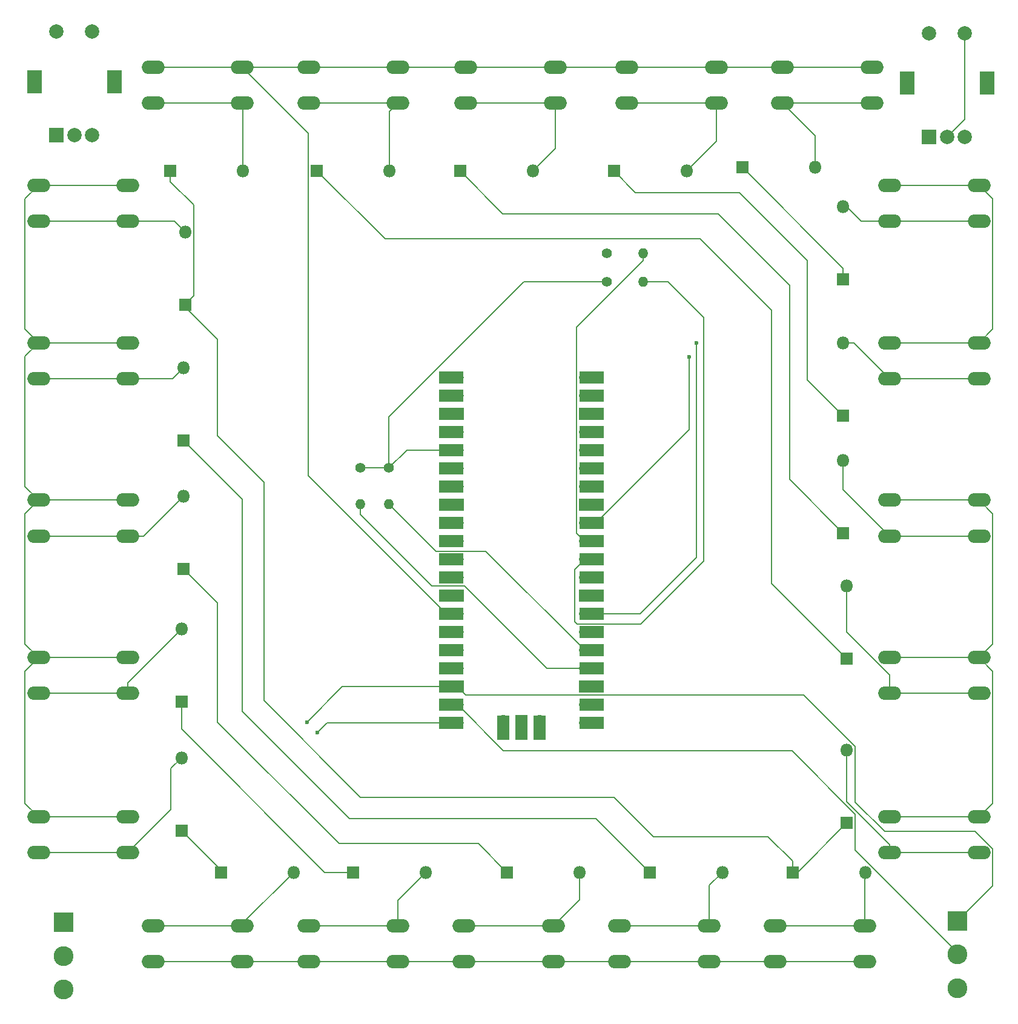
<source format=gbl>
G04 #@! TF.GenerationSoftware,KiCad,Pcbnew,8.0.3*
G04 #@! TF.CreationDate,2024-07-18T12:32:46+02:00*
G04 #@! TF.ProjectId,MFD,4d46442e-6b69-4636-9164-5f7063625858,1.0*
G04 #@! TF.SameCoordinates,Original*
G04 #@! TF.FileFunction,Copper,L2,Bot*
G04 #@! TF.FilePolarity,Positive*
%FSLAX46Y46*%
G04 Gerber Fmt 4.6, Leading zero omitted, Abs format (unit mm)*
G04 Created by KiCad (PCBNEW 8.0.3) date 2024-07-18 12:32:46*
%MOMM*%
%LPD*%
G01*
G04 APERTURE LIST*
G04 #@! TA.AperFunction,ComponentPad*
%ADD10R,1.800000X1.800000*%
G04 #@! TD*
G04 #@! TA.AperFunction,ComponentPad*
%ADD11O,1.800000X1.800000*%
G04 #@! TD*
G04 #@! TA.AperFunction,ComponentPad*
%ADD12O,3.200000X1.900000*%
G04 #@! TD*
G04 #@! TA.AperFunction,ComponentPad*
%ADD13C,1.400000*%
G04 #@! TD*
G04 #@! TA.AperFunction,ComponentPad*
%ADD14O,1.400000X1.400000*%
G04 #@! TD*
G04 #@! TA.AperFunction,ComponentPad*
%ADD15R,2.000000X2.000000*%
G04 #@! TD*
G04 #@! TA.AperFunction,ComponentPad*
%ADD16C,2.000000*%
G04 #@! TD*
G04 #@! TA.AperFunction,ComponentPad*
%ADD17R,2.000000X3.200000*%
G04 #@! TD*
G04 #@! TA.AperFunction,ComponentPad*
%ADD18R,2.775000X2.775000*%
G04 #@! TD*
G04 #@! TA.AperFunction,ComponentPad*
%ADD19C,2.775000*%
G04 #@! TD*
G04 #@! TA.AperFunction,ComponentPad*
%ADD20O,1.700000X1.700000*%
G04 #@! TD*
G04 #@! TA.AperFunction,SMDPad,CuDef*
%ADD21R,3.500000X1.700000*%
G04 #@! TD*
G04 #@! TA.AperFunction,ComponentPad*
%ADD22R,1.700000X1.700000*%
G04 #@! TD*
G04 #@! TA.AperFunction,SMDPad,CuDef*
%ADD23R,1.700000X3.500000*%
G04 #@! TD*
G04 #@! TA.AperFunction,ViaPad*
%ADD24C,0.600000*%
G04 #@! TD*
G04 #@! TA.AperFunction,Conductor*
%ADD25C,0.200000*%
G04 #@! TD*
G04 APERTURE END LIST*
D10*
X156500000Y-92080000D03*
D11*
X156500000Y-81920000D03*
D10*
X64000000Y-115660000D03*
D11*
X64000000Y-105500000D03*
D12*
X116000000Y-152000000D03*
X103500000Y-152000000D03*
X116000000Y-147000000D03*
X103500000Y-147000000D03*
X163000000Y-131750000D03*
X175500000Y-131750000D03*
X163000000Y-136750000D03*
X175500000Y-136750000D03*
D10*
X88000000Y-139500000D03*
D11*
X98160000Y-139500000D03*
D12*
X163000000Y-87500000D03*
X175500000Y-87500000D03*
X163000000Y-92500000D03*
X175500000Y-92500000D03*
D13*
X89000000Y-82960000D03*
D14*
X89000000Y-88040000D03*
D12*
X148000000Y-27000000D03*
X160500000Y-27000000D03*
X148000000Y-32000000D03*
X160500000Y-32000000D03*
X163000000Y-43500000D03*
X175500000Y-43500000D03*
X163000000Y-48500000D03*
X175500000Y-48500000D03*
X94250000Y-152000000D03*
X81750000Y-152000000D03*
X94250000Y-147000000D03*
X81750000Y-147000000D03*
X44000000Y-43500000D03*
X56500000Y-43500000D03*
X44000000Y-48500000D03*
X56500000Y-48500000D03*
D10*
X149420000Y-139500000D03*
D11*
X159580000Y-139500000D03*
D13*
X123460000Y-57000000D03*
D14*
X128540000Y-57000000D03*
D12*
X163000000Y-109500000D03*
X175500000Y-109500000D03*
X163000000Y-114500000D03*
X175500000Y-114500000D03*
D10*
X156500000Y-56660000D03*
D11*
X156500000Y-46500000D03*
D10*
X69500000Y-139500000D03*
D11*
X79660000Y-139500000D03*
D10*
X157000000Y-132580000D03*
D11*
X157000000Y-122420000D03*
D12*
X163000000Y-65500000D03*
X175500000Y-65500000D03*
X163000000Y-70500000D03*
X175500000Y-70500000D03*
D15*
X46500000Y-36500000D03*
D16*
X51500000Y-36500000D03*
X49000000Y-36500000D03*
D17*
X43400000Y-29000000D03*
X54600000Y-29000000D03*
D16*
X51500000Y-22000000D03*
X46500000Y-22000000D03*
D10*
X109500000Y-139500000D03*
D11*
X119660000Y-139500000D03*
D13*
X93000000Y-83000000D03*
D14*
X93000000Y-88080000D03*
D10*
X102920000Y-41500000D03*
D11*
X113080000Y-41500000D03*
D10*
X62420000Y-41500000D03*
D11*
X72580000Y-41500000D03*
D12*
X44000000Y-65500000D03*
X56500000Y-65500000D03*
X44000000Y-70500000D03*
X56500000Y-70500000D03*
D18*
X172500000Y-146300000D03*
D19*
X172500000Y-151000000D03*
X172500000Y-155700000D03*
D12*
X126250000Y-27000000D03*
X138750000Y-27000000D03*
X126250000Y-32000000D03*
X138750000Y-32000000D03*
D10*
X64250000Y-79160000D03*
D11*
X64250000Y-69000000D03*
D10*
X157000000Y-109660000D03*
D11*
X157000000Y-99500000D03*
D10*
X156500000Y-75660000D03*
D11*
X156500000Y-65500000D03*
D10*
X82920000Y-41500000D03*
D11*
X93080000Y-41500000D03*
D10*
X129420000Y-139500000D03*
D11*
X139580000Y-139500000D03*
D15*
X168500000Y-36750000D03*
D16*
X173500000Y-36750000D03*
X171000000Y-36750000D03*
D17*
X165400000Y-29250000D03*
X176600000Y-29250000D03*
D16*
X173500000Y-22250000D03*
X168500000Y-22250000D03*
D12*
X60000000Y-27000000D03*
X72500000Y-27000000D03*
X60000000Y-32000000D03*
X72500000Y-32000000D03*
X44000000Y-109500000D03*
X56500000Y-109500000D03*
X44000000Y-114500000D03*
X56500000Y-114500000D03*
X159500000Y-152000000D03*
X147000000Y-152000000D03*
X159500000Y-147000000D03*
X147000000Y-147000000D03*
X72500000Y-152000000D03*
X60000000Y-152000000D03*
X72500000Y-147000000D03*
X60000000Y-147000000D03*
D10*
X142420000Y-41000000D03*
D11*
X152580000Y-41000000D03*
D12*
X103750000Y-27000000D03*
X116250000Y-27000000D03*
X103750000Y-32000000D03*
X116250000Y-32000000D03*
X44000000Y-131750000D03*
X56500000Y-131750000D03*
X44000000Y-136750000D03*
X56500000Y-136750000D03*
D10*
X64250000Y-97080000D03*
D11*
X64250000Y-86920000D03*
D18*
X47500000Y-146500000D03*
D19*
X47500000Y-151200000D03*
X47500000Y-155900000D03*
D12*
X81750000Y-27000000D03*
X94250000Y-27000000D03*
X81750000Y-32000000D03*
X94250000Y-32000000D03*
X137750000Y-152000000D03*
X125250000Y-152000000D03*
X137750000Y-147000000D03*
X125250000Y-147000000D03*
D13*
X123460000Y-53000000D03*
D14*
X128540000Y-53000000D03*
D10*
X64500000Y-60160000D03*
D11*
X64500000Y-50000000D03*
D10*
X64000000Y-133660000D03*
D11*
X64000000Y-123500000D03*
D10*
X124420000Y-41500000D03*
D11*
X134580000Y-41500000D03*
D12*
X44000000Y-87500000D03*
X56500000Y-87500000D03*
X44000000Y-92500000D03*
X56500000Y-92500000D03*
D20*
X120390000Y-70370000D03*
D21*
X121290000Y-70370000D03*
D20*
X120390000Y-72910000D03*
D21*
X121290000Y-72910000D03*
D22*
X120390000Y-75450000D03*
D21*
X121290000Y-75450000D03*
D20*
X120390000Y-77990000D03*
D21*
X121290000Y-77990000D03*
D20*
X120390000Y-80530000D03*
D21*
X121290000Y-80530000D03*
D20*
X120390000Y-83070000D03*
D21*
X121290000Y-83070000D03*
D20*
X120390000Y-85610000D03*
D21*
X121290000Y-85610000D03*
D22*
X120390000Y-88150000D03*
D21*
X121290000Y-88150000D03*
D20*
X120390000Y-90690000D03*
D21*
X121290000Y-90690000D03*
D20*
X120390000Y-93230000D03*
D21*
X121290000Y-93230000D03*
D20*
X120390000Y-95770000D03*
D21*
X121290000Y-95770000D03*
D20*
X120390000Y-98310000D03*
D21*
X121290000Y-98310000D03*
D22*
X120390000Y-100850000D03*
D21*
X121290000Y-100850000D03*
D20*
X120390000Y-103390000D03*
D21*
X121290000Y-103390000D03*
D20*
X120390000Y-105930000D03*
D21*
X121290000Y-105930000D03*
D20*
X120390000Y-108470000D03*
D21*
X121290000Y-108470000D03*
D20*
X120390000Y-111010000D03*
D21*
X121290000Y-111010000D03*
D22*
X120390000Y-113550000D03*
D21*
X121290000Y-113550000D03*
D20*
X120390000Y-116090000D03*
D21*
X121290000Y-116090000D03*
D20*
X120390000Y-118630000D03*
D21*
X121290000Y-118630000D03*
D20*
X102610000Y-118630000D03*
D21*
X101710000Y-118630000D03*
D20*
X102610000Y-116090000D03*
D21*
X101710000Y-116090000D03*
D22*
X102610000Y-113550000D03*
D21*
X101710000Y-113550000D03*
D20*
X102610000Y-111010000D03*
D21*
X101710000Y-111010000D03*
D20*
X102610000Y-108470000D03*
D21*
X101710000Y-108470000D03*
D20*
X102610000Y-105930000D03*
D21*
X101710000Y-105930000D03*
D20*
X102610000Y-103390000D03*
D21*
X101710000Y-103390000D03*
D22*
X102610000Y-100850000D03*
D21*
X101710000Y-100850000D03*
D20*
X102610000Y-98310000D03*
D21*
X101710000Y-98310000D03*
D20*
X102610000Y-95770000D03*
D21*
X101710000Y-95770000D03*
D20*
X102610000Y-93230000D03*
D21*
X101710000Y-93230000D03*
D20*
X102610000Y-90690000D03*
D21*
X101710000Y-90690000D03*
D22*
X102610000Y-88150000D03*
D21*
X101710000Y-88150000D03*
D20*
X102610000Y-85610000D03*
D21*
X101710000Y-85610000D03*
D20*
X102610000Y-83070000D03*
D21*
X101710000Y-83070000D03*
D20*
X102610000Y-80530000D03*
D21*
X101710000Y-80530000D03*
D20*
X102610000Y-77990000D03*
D21*
X101710000Y-77990000D03*
D22*
X102610000Y-75450000D03*
D21*
X101710000Y-75450000D03*
D20*
X102610000Y-72910000D03*
D21*
X101710000Y-72910000D03*
D20*
X102610000Y-70370000D03*
D21*
X101710000Y-70370000D03*
D20*
X114040000Y-118400000D03*
D23*
X114040000Y-119300000D03*
D22*
X111500000Y-118400000D03*
D23*
X111500000Y-119300000D03*
D20*
X108960000Y-118400000D03*
D23*
X108960000Y-119300000D03*
D24*
X136000000Y-65500000D03*
X135000000Y-67500000D03*
X81500000Y-118500000D03*
X83000000Y-120000000D03*
D25*
X120390000Y-103390000D02*
X128110000Y-103390000D01*
X128110000Y-103390000D02*
X136000000Y-95500000D01*
X120390000Y-95770000D02*
X119000000Y-97160000D01*
X119280000Y-104780000D02*
X128220000Y-104780000D01*
X119000000Y-97160000D02*
X119000000Y-104500000D01*
X119000000Y-104500000D02*
X119280000Y-104780000D01*
X128220000Y-104780000D02*
X137000000Y-96000000D01*
X137000000Y-96000000D02*
X137000000Y-62000000D01*
X137000000Y-62000000D02*
X136000000Y-61000000D01*
X136000000Y-61000000D02*
X135974314Y-61000000D01*
X135974314Y-61000000D02*
X131974314Y-57000000D01*
X131974314Y-57000000D02*
X128540000Y-57000000D01*
X72580000Y-41500000D02*
X72580000Y-32080000D01*
X60000000Y-32000000D02*
X72500000Y-32000000D01*
X72580000Y-32080000D02*
X72500000Y-32000000D01*
X93080000Y-41500000D02*
X93080000Y-33170000D01*
X81750000Y-32000000D02*
X94250000Y-32000000D01*
X93080000Y-33170000D02*
X94250000Y-32000000D01*
X113080000Y-41500000D02*
X116250000Y-38330000D01*
X103750000Y-32000000D02*
X116250000Y-32000000D01*
X116250000Y-38330000D02*
X116250000Y-32000000D01*
X138750000Y-37330000D02*
X134580000Y-41500000D01*
X126250000Y-32000000D02*
X138750000Y-32000000D01*
X138750000Y-32000000D02*
X138750000Y-37330000D01*
X152580000Y-41000000D02*
X152580000Y-36580000D01*
X148000000Y-32000000D02*
X160500000Y-32000000D01*
X152580000Y-36580000D02*
X148000000Y-32000000D01*
X163000000Y-136750000D02*
X175500000Y-136750000D01*
X163000000Y-136750000D02*
X163000000Y-135600000D01*
X157000000Y-129600000D02*
X157000000Y-122420000D01*
X163000000Y-135600000D02*
X157000000Y-129600000D01*
X163000000Y-111917767D02*
X157000000Y-105917767D01*
X157000000Y-105917767D02*
X157000000Y-99500000D01*
X163000000Y-114500000D02*
X163000000Y-111917767D01*
X163000000Y-114500000D02*
X175500000Y-114500000D01*
X156500000Y-81920000D02*
X156500000Y-86000000D01*
X163000000Y-92500000D02*
X175500000Y-92500000D01*
X156500000Y-86000000D02*
X163000000Y-92500000D01*
X158000000Y-65500000D02*
X163000000Y-70500000D01*
X156500000Y-65500000D02*
X158000000Y-65500000D01*
X163000000Y-70500000D02*
X175500000Y-70500000D01*
X157000000Y-46500000D02*
X159000000Y-48500000D01*
X159000000Y-48500000D02*
X163000000Y-48500000D01*
X163000000Y-48500000D02*
X175500000Y-48500000D01*
X156500000Y-46500000D02*
X157000000Y-46500000D01*
X159500000Y-147000000D02*
X159500000Y-139580000D01*
X159500000Y-139580000D02*
X159580000Y-139500000D01*
X159500000Y-147000000D02*
X147000000Y-147000000D01*
X137750000Y-141330000D02*
X139580000Y-139500000D01*
X137750000Y-147000000D02*
X125250000Y-147000000D01*
X137750000Y-147000000D02*
X137750000Y-141330000D01*
X119660000Y-143340000D02*
X116000000Y-147000000D01*
X116000000Y-147000000D02*
X103500000Y-147000000D01*
X119660000Y-139500000D02*
X119660000Y-143340000D01*
X94250000Y-147000000D02*
X81750000Y-147000000D01*
X98160000Y-139500000D02*
X94250000Y-143410000D01*
X94250000Y-143410000D02*
X94250000Y-147000000D01*
X79660000Y-139500000D02*
X72500000Y-146660000D01*
X72500000Y-146660000D02*
X72500000Y-147000000D01*
X72500000Y-147000000D02*
X60000000Y-147000000D01*
X44000000Y-48500000D02*
X56500000Y-48500000D01*
X56500000Y-48500000D02*
X63000000Y-48500000D01*
X63000000Y-48500000D02*
X64500000Y-50000000D01*
X56500000Y-70500000D02*
X62750000Y-70500000D01*
X44000000Y-70500000D02*
X56500000Y-70500000D01*
X62750000Y-70500000D02*
X64250000Y-69000000D01*
X58670000Y-92500000D02*
X64250000Y-86920000D01*
X44000000Y-92500000D02*
X56500000Y-92500000D01*
X56500000Y-92500000D02*
X58670000Y-92500000D01*
X56500000Y-113000000D02*
X64000000Y-105500000D01*
X44000000Y-114500000D02*
X56500000Y-114500000D01*
X56500000Y-114500000D02*
X56500000Y-113000000D01*
X62500000Y-125000000D02*
X64000000Y-123500000D01*
X44000000Y-136750000D02*
X56500000Y-136750000D01*
X56500000Y-136750000D02*
X62500000Y-130750000D01*
X62500000Y-130750000D02*
X62500000Y-125000000D01*
X99540000Y-94620000D02*
X99900000Y-94620000D01*
X99900000Y-94620000D02*
X106540000Y-94620000D01*
X93000000Y-88080000D02*
X99540000Y-94620000D01*
X106540000Y-94620000D02*
X120390000Y-108470000D01*
X121950000Y-75450000D02*
X120390000Y-75450000D01*
X173500000Y-34250000D02*
X171000000Y-36750000D01*
X173500000Y-22250000D02*
X173500000Y-34250000D01*
X115500000Y-111010000D02*
X120390000Y-111010000D01*
X103560000Y-99500000D02*
X115070000Y-111010000D01*
X99000000Y-99500000D02*
X103560000Y-99500000D01*
X89000000Y-88040000D02*
X89000000Y-89500000D01*
X115070000Y-111010000D02*
X115500000Y-111010000D01*
X89000000Y-89500000D02*
X99000000Y-99500000D01*
X149320000Y-122500000D02*
X109000000Y-122500000D01*
X109000000Y-122500000D02*
X109000000Y-122480000D01*
X158200000Y-131380000D02*
X149320000Y-122500000D01*
X172500000Y-150722943D02*
X158200000Y-136422943D01*
X172500000Y-151000000D02*
X172500000Y-150722943D01*
X109000000Y-122480000D02*
X102610000Y-116090000D01*
X158200000Y-136422943D02*
X158200000Y-131380000D01*
X128540000Y-53989949D02*
X119240000Y-63289949D01*
X119240000Y-63289949D02*
X119240000Y-92080000D01*
X128540000Y-53000000D02*
X128540000Y-53989949D01*
X119240000Y-92080000D02*
X120390000Y-93230000D01*
X64500000Y-60160000D02*
X64500000Y-60500000D01*
X69000000Y-78500000D02*
X75500000Y-85000000D01*
X69000000Y-65000000D02*
X69000000Y-78500000D01*
X146000000Y-134500000D02*
X149420000Y-137920000D01*
X64500000Y-60500000D02*
X69000000Y-65000000D01*
X89000000Y-129000000D02*
X124500000Y-129000000D01*
X62420000Y-41500000D02*
X62420000Y-42985686D01*
X75500000Y-115500000D02*
X89000000Y-129000000D01*
X65700000Y-58960000D02*
X64500000Y-60160000D01*
X65700000Y-46265686D02*
X65700000Y-58960000D01*
X149420000Y-137920000D02*
X149420000Y-139500000D01*
X149420000Y-139500000D02*
X150080000Y-139500000D01*
X124500000Y-129000000D02*
X130000000Y-134500000D01*
X130000000Y-134500000D02*
X146000000Y-134500000D01*
X75500000Y-85000000D02*
X75500000Y-115500000D01*
X150080000Y-139500000D02*
X157000000Y-132580000D01*
X62420000Y-42985686D02*
X65700000Y-46265686D01*
X92420000Y-51000000D02*
X82920000Y-41500000D01*
X72500000Y-117000000D02*
X87500000Y-132000000D01*
X146500000Y-61000000D02*
X136500000Y-51000000D01*
X121920000Y-132000000D02*
X129420000Y-139500000D01*
X146500000Y-99160000D02*
X146500000Y-61000000D01*
X136500000Y-51000000D02*
X92420000Y-51000000D01*
X72500000Y-87410000D02*
X72500000Y-117000000D01*
X64250000Y-79160000D02*
X72500000Y-87410000D01*
X87500000Y-132000000D02*
X121920000Y-132000000D01*
X157000000Y-109660000D02*
X146500000Y-99160000D01*
X149000000Y-84580000D02*
X149000000Y-57500000D01*
X69000000Y-101830000D02*
X69000000Y-118500000D01*
X139000000Y-47500000D02*
X108920000Y-47500000D01*
X64250000Y-97080000D02*
X69000000Y-101830000D01*
X86000000Y-135500000D02*
X105500000Y-135500000D01*
X108920000Y-47500000D02*
X102920000Y-41500000D01*
X149000000Y-57500000D02*
X139000000Y-47500000D01*
X69000000Y-118500000D02*
X86000000Y-135500000D01*
X156500000Y-92080000D02*
X149000000Y-84580000D01*
X105500000Y-135500000D02*
X109500000Y-139500000D01*
X64000000Y-119500000D02*
X84000000Y-139500000D01*
X151500000Y-54000000D02*
X142000000Y-44500000D01*
X156500000Y-75660000D02*
X151500000Y-70660000D01*
X127420000Y-44500000D02*
X124420000Y-41500000D01*
X151500000Y-70660000D02*
X151500000Y-54000000D01*
X142000000Y-44500000D02*
X127420000Y-44500000D01*
X64000000Y-115660000D02*
X64160000Y-115660000D01*
X84000000Y-139500000D02*
X88000000Y-139500000D01*
X64000000Y-115660000D02*
X64000000Y-119500000D01*
X135000000Y-77640000D02*
X121950000Y-90690000D01*
X69500000Y-139160000D02*
X69500000Y-139500000D01*
X156500000Y-55080000D02*
X142420000Y-41000000D01*
X121950000Y-90690000D02*
X120390000Y-90690000D01*
X156500000Y-56660000D02*
X156500000Y-55080000D01*
X64000000Y-133660000D02*
X69500000Y-139160000D01*
X135000000Y-67500000D02*
X135000000Y-77640000D01*
X120267500Y-90347500D02*
X120267500Y-90190000D01*
X81720000Y-36220000D02*
X72500000Y-27000000D01*
X126250000Y-27000000D02*
X138750000Y-27000000D01*
X103750000Y-27000000D02*
X116250000Y-27000000D01*
X101050000Y-103390000D02*
X81720000Y-84060000D01*
X60000000Y-27000000D02*
X72500000Y-27000000D01*
X94250000Y-27000000D02*
X103750000Y-27000000D01*
X81720000Y-84060000D02*
X81720000Y-36220000D01*
X148000000Y-27000000D02*
X160500000Y-27000000D01*
X72500000Y-27000000D02*
X81750000Y-27000000D01*
X102610000Y-103390000D02*
X101050000Y-103390000D01*
X138750000Y-27000000D02*
X148000000Y-27000000D01*
X116250000Y-27000000D02*
X126250000Y-27000000D01*
X81750000Y-27000000D02*
X94250000Y-27000000D01*
X163000000Y-87500000D02*
X175500000Y-87500000D01*
X177400000Y-107600000D02*
X177400000Y-89400000D01*
X175500000Y-131750000D02*
X177400000Y-129850000D01*
X177400000Y-111400000D02*
X175500000Y-109500000D01*
X177400000Y-63600000D02*
X177400000Y-45400000D01*
X175500000Y-65500000D02*
X177400000Y-63600000D01*
X175500000Y-109500000D02*
X177400000Y-107600000D01*
X163000000Y-131750000D02*
X175500000Y-131750000D01*
X163000000Y-43500000D02*
X175500000Y-43500000D01*
X163000000Y-109500000D02*
X175500000Y-109500000D01*
X177400000Y-45400000D02*
X175500000Y-43500000D01*
X177400000Y-129850000D02*
X177400000Y-111400000D01*
X177400000Y-89400000D02*
X175500000Y-87500000D01*
X163000000Y-65500000D02*
X175500000Y-65500000D01*
X60000000Y-152000000D02*
X72500000Y-152000000D01*
X81750000Y-152000000D02*
X94250000Y-152000000D01*
X94250000Y-152000000D02*
X103500000Y-152000000D01*
X137750000Y-152000000D02*
X147000000Y-152000000D01*
X147000000Y-152000000D02*
X159500000Y-152000000D01*
X116000000Y-152000000D02*
X125250000Y-152000000D01*
X103500000Y-152000000D02*
X116000000Y-152000000D01*
X125250000Y-152000000D02*
X137750000Y-152000000D01*
X72500000Y-152000000D02*
X81750000Y-152000000D01*
X42100000Y-107600000D02*
X42100000Y-89400000D01*
X44000000Y-65500000D02*
X42100000Y-63600000D01*
X44000000Y-131750000D02*
X42100000Y-129850000D01*
X42100000Y-67400000D02*
X44000000Y-65500000D01*
X44000000Y-87500000D02*
X42100000Y-85600000D01*
X44000000Y-43500000D02*
X56500000Y-43500000D01*
X42100000Y-111400000D02*
X44000000Y-109500000D01*
X42100000Y-129850000D02*
X42100000Y-111400000D01*
X44000000Y-109500000D02*
X56500000Y-109500000D01*
X44000000Y-87500000D02*
X56500000Y-87500000D01*
X44000000Y-109500000D02*
X42100000Y-107600000D01*
X42100000Y-63600000D02*
X42100000Y-45400000D01*
X42100000Y-89400000D02*
X44000000Y-87500000D01*
X42100000Y-85600000D02*
X42100000Y-67400000D01*
X44000000Y-65500000D02*
X56500000Y-65500000D01*
X56500000Y-131750000D02*
X44000000Y-131750000D01*
X42100000Y-45400000D02*
X44000000Y-43500000D01*
X162267767Y-133767767D02*
X158200000Y-129700000D01*
X177400000Y-136232233D02*
X174935534Y-133767767D01*
X103760000Y-114700000D02*
X102610000Y-113550000D01*
X172500000Y-146300000D02*
X177400000Y-141400000D01*
X174935534Y-133767767D02*
X162267767Y-133767767D01*
X150977057Y-114700000D02*
X103760000Y-114700000D01*
X158200000Y-121922943D02*
X150977057Y-114700000D01*
X86450000Y-113550000D02*
X102610000Y-113550000D01*
X177400000Y-141400000D02*
X177400000Y-136232233D01*
X81500000Y-118500000D02*
X86450000Y-113550000D01*
X158200000Y-129700000D02*
X158200000Y-121922943D01*
X84370000Y-118630000D02*
X102610000Y-118630000D01*
X83000000Y-120000000D02*
X84370000Y-118630000D01*
X93000000Y-82960000D02*
X89000000Y-82960000D01*
X95470000Y-80530000D02*
X102610000Y-80530000D01*
X93000000Y-83000000D02*
X93000000Y-75880000D01*
X93000000Y-75880000D02*
X111880000Y-57000000D01*
X111880000Y-57000000D02*
X123460000Y-57000000D01*
X93000000Y-83000000D02*
X95470000Y-80530000D01*
X136000000Y-95500000D02*
X136000000Y-65500000D01*
M02*

</source>
